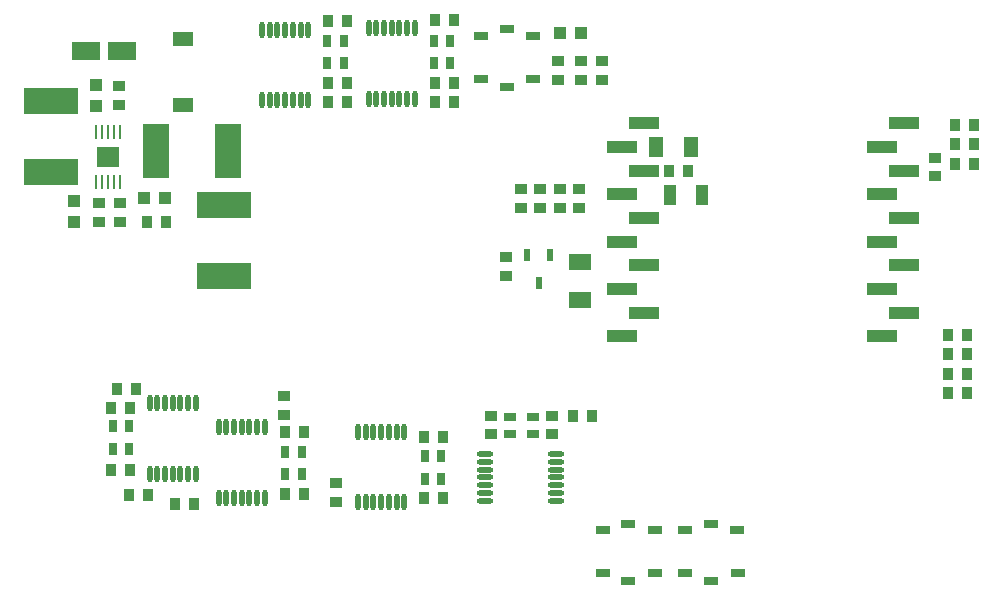
<source format=gtp>
%FSLAX25Y25*%
%MOIN*%
G70*
G01*
G75*
G04 Layer_Color=8421504*
%ADD10R,0.18110X0.08858*%
%ADD11R,0.04331X0.04331*%
%ADD12R,0.03937X0.03543*%
%ADD13R,0.03543X0.03937*%
%ADD14R,0.04528X0.07087*%
%ADD15R,0.02953X0.03937*%
%ADD16O,0.01772X0.05512*%
%ADD17R,0.04724X0.03150*%
%ADD18R,0.04724X0.02953*%
%ADD19R,0.03937X0.02953*%
%ADD20O,0.05512X0.01772*%
%ADD21R,0.10000X0.03900*%
%ADD22R,0.07402X0.06614*%
%ADD23O,0.00984X0.05315*%
%ADD24R,0.04331X0.04331*%
%ADD25R,0.06693X0.04724*%
%ADD26R,0.09449X0.06102*%
%ADD27R,0.08858X0.18110*%
%ADD28R,0.02362X0.03937*%
%ADD29R,0.04331X0.06693*%
%ADD30R,0.07480X0.05315*%
%ADD31C,0.00800*%
%ADD32C,0.01000*%
%ADD33C,0.02000*%
%ADD34C,0.03000*%
%ADD35C,0.05500*%
%ADD36C,0.03500*%
%ADD37C,0.04000*%
%ADD38C,0.03937*%
%ADD39R,0.06299X0.06299*%
%ADD40C,0.06299*%
%ADD41C,0.06000*%
%ADD42R,0.06000X0.06000*%
%ADD43R,0.06299X0.06299*%
%ADD44R,0.06000X0.06000*%
%ADD45C,0.05512*%
%ADD46R,0.05512X0.05512*%
%ADD47C,0.13500*%
%ADD48C,0.03500*%
%ADD49C,0.05500*%
%ADD50C,0.04500*%
%ADD51C,0.05000*%
%ADD52C,0.01969*%
%ADD53C,0.01500*%
%ADD54C,0.01300*%
%ADD55C,0.06500*%
%ADD56C,0.07150*%
%ADD57C,0.15500*%
%ADD58C,0.07000*%
%ADD59C,0.08000*%
%ADD60C,0.04787*%
%ADD61C,0.07500*%
%ADD62R,0.08071X0.02756*%
G04:AMPARAMS|DCode=63|XSize=39.37mil|YSize=35.43mil|CornerRadius=0mil|HoleSize=0mil|Usage=FLASHONLY|Rotation=135.000|XOffset=0mil|YOffset=0mil|HoleType=Round|Shape=Rectangle|*
%AMROTATEDRECTD63*
4,1,4,0.02645,-0.00139,0.00139,-0.02645,-0.02645,0.00139,-0.00139,0.02645,0.02645,-0.00139,0.0*
%
%ADD63ROTATEDRECTD63*%

G04:AMPARAMS|DCode=64|XSize=39.37mil|YSize=35.43mil|CornerRadius=0mil|HoleSize=0mil|Usage=FLASHONLY|Rotation=225.000|XOffset=0mil|YOffset=0mil|HoleType=Round|Shape=Rectangle|*
%AMROTATEDRECTD64*
4,1,4,0.00139,0.02645,0.02645,0.00139,-0.00139,-0.02645,-0.02645,-0.00139,0.00139,0.02645,0.0*
%
%ADD64ROTATEDRECTD64*%

%ADD65O,0.00984X0.03740*%
%ADD66O,0.03740X0.00984*%
%ADD67R,0.09646X0.09646*%
%ADD68R,0.07087X0.04528*%
%ADD69O,0.02165X0.06102*%
%ADD70O,0.06102X0.02165*%
%ADD71R,0.23622X0.23622*%
%ADD72R,0.05906X0.05906*%
G04:AMPARAMS|DCode=73|XSize=11.81mil|YSize=70.87mil|CornerRadius=0mil|HoleSize=0mil|Usage=FLASHONLY|Rotation=315.000|XOffset=0mil|YOffset=0mil|HoleType=Round|Shape=Round|*
%AMOVALD73*
21,1,0.05906,0.01181,0.00000,0.00000,45.0*
1,1,0.01181,-0.02088,-0.02088*
1,1,0.01181,0.02088,0.02088*
%
%ADD73OVALD73*%

G04:AMPARAMS|DCode=74|XSize=11.81mil|YSize=70.87mil|CornerRadius=0mil|HoleSize=0mil|Usage=FLASHONLY|Rotation=45.000|XOffset=0mil|YOffset=0mil|HoleType=Round|Shape=Round|*
%AMOVALD74*
21,1,0.05906,0.01181,0.00000,0.00000,135.0*
1,1,0.01181,0.02088,-0.02088*
1,1,0.01181,-0.02088,0.02088*
%
%ADD74OVALD74*%

%ADD75C,0.02500*%
%ADD76C,0.03200*%
%ADD77C,0.01800*%
%ADD78C,0.01969*%
%ADD79C,0.00394*%
%ADD80C,0.02362*%
%ADD81C,0.00984*%
%ADD82C,0.00787*%
%ADD83C,0.00500*%
%ADD84C,0.00600*%
D10*
X288968Y374642D02*
D03*
Y350823D02*
D03*
X346500Y339910D02*
D03*
Y316090D02*
D03*
D11*
X303969Y379776D02*
D03*
Y372689D02*
D03*
X296468Y341276D02*
D03*
Y334189D02*
D03*
D12*
X311469Y373083D02*
D03*
Y379382D02*
D03*
X311968Y340382D02*
D03*
Y334083D02*
D03*
X304969Y340382D02*
D03*
Y334083D02*
D03*
X445500Y345150D02*
D03*
Y338850D02*
D03*
X458500Y345150D02*
D03*
Y338850D02*
D03*
X472500Y387799D02*
D03*
Y381500D02*
D03*
X366500Y269850D02*
D03*
Y276150D02*
D03*
X384000Y247150D02*
D03*
Y240850D02*
D03*
X457969Y381583D02*
D03*
Y387882D02*
D03*
X456000Y263350D02*
D03*
Y269650D02*
D03*
X435500Y269650D02*
D03*
Y263350D02*
D03*
X440661Y322512D02*
D03*
Y316213D02*
D03*
X465000Y345150D02*
D03*
Y338850D02*
D03*
X452000Y345150D02*
D03*
Y338850D02*
D03*
X465500Y387799D02*
D03*
Y381500D02*
D03*
X583500Y355650D02*
D03*
Y349350D02*
D03*
D13*
X596650Y366500D02*
D03*
X590350D02*
D03*
X596650Y360000D02*
D03*
X590350D02*
D03*
X594150Y296500D02*
D03*
X587850D02*
D03*
X594150Y283500D02*
D03*
X587850D02*
D03*
X314850Y243000D02*
D03*
X321150D02*
D03*
X413350Y242000D02*
D03*
X419650D02*
D03*
X419650Y262500D02*
D03*
X413350D02*
D03*
X336650Y240000D02*
D03*
X330350D02*
D03*
X366850Y243500D02*
D03*
X373150D02*
D03*
X373150Y264000D02*
D03*
X366850D02*
D03*
X462850Y269500D02*
D03*
X469150D02*
D03*
X317150Y278500D02*
D03*
X310850D02*
D03*
X315150Y272000D02*
D03*
X308850D02*
D03*
X308850Y251500D02*
D03*
X315150D02*
D03*
X327118Y334232D02*
D03*
X320819D02*
D03*
X594150Y277000D02*
D03*
X587850D02*
D03*
X594150Y290000D02*
D03*
X587850D02*
D03*
X416850Y380500D02*
D03*
X423150D02*
D03*
X423150Y401500D02*
D03*
X416850D02*
D03*
X416850Y374000D02*
D03*
X423150D02*
D03*
X381350Y380500D02*
D03*
X387650D02*
D03*
X387650Y401000D02*
D03*
X381350D02*
D03*
X381350Y374000D02*
D03*
X387650D02*
D03*
X494850Y351000D02*
D03*
X501150D02*
D03*
X596650Y353500D02*
D03*
X590350D02*
D03*
D14*
X490594Y359000D02*
D03*
X502406D02*
D03*
D15*
X413500Y248500D02*
D03*
X419000Y256000D02*
D03*
X413500D02*
D03*
X419000Y248500D02*
D03*
X367000Y250000D02*
D03*
X372500Y257500D02*
D03*
X367000D02*
D03*
X372500Y250000D02*
D03*
X315000Y266000D02*
D03*
X309500Y258500D02*
D03*
X315000D02*
D03*
X309500Y266000D02*
D03*
X381000Y387000D02*
D03*
X386500Y394500D02*
D03*
X381000D02*
D03*
X386500Y387000D02*
D03*
X416500D02*
D03*
X422000Y394500D02*
D03*
X416500D02*
D03*
X422000Y387000D02*
D03*
D16*
X391323Y240689D02*
D03*
X393882D02*
D03*
X396441D02*
D03*
X399000D02*
D03*
X401559D02*
D03*
X404118D02*
D03*
X406677D02*
D03*
X391323Y264311D02*
D03*
X393882D02*
D03*
X396441D02*
D03*
X399000D02*
D03*
X401559D02*
D03*
X404118D02*
D03*
X406677D02*
D03*
X344823Y242189D02*
D03*
X347382D02*
D03*
X349941D02*
D03*
X352500D02*
D03*
X355059D02*
D03*
X357618D02*
D03*
X360177D02*
D03*
X344823Y265811D02*
D03*
X347382D02*
D03*
X349941D02*
D03*
X352500D02*
D03*
X355059D02*
D03*
X357618D02*
D03*
X360177D02*
D03*
X337177Y273811D02*
D03*
X334618D02*
D03*
X332059D02*
D03*
X329500D02*
D03*
X326941D02*
D03*
X324382D02*
D03*
X321823D02*
D03*
X337177Y250189D02*
D03*
X334618D02*
D03*
X332059D02*
D03*
X329500D02*
D03*
X326941D02*
D03*
X324382D02*
D03*
X321823D02*
D03*
X359323Y374689D02*
D03*
X361882D02*
D03*
X364441D02*
D03*
X367000D02*
D03*
X369559D02*
D03*
X372118D02*
D03*
X374677D02*
D03*
X359323Y398311D02*
D03*
X361882D02*
D03*
X364441D02*
D03*
X367000D02*
D03*
X369559D02*
D03*
X372118D02*
D03*
X374677D02*
D03*
X394823Y375189D02*
D03*
X397382D02*
D03*
X399941D02*
D03*
X402500D02*
D03*
X405059D02*
D03*
X407618D02*
D03*
X410177D02*
D03*
X394823Y398811D02*
D03*
X397382D02*
D03*
X399941D02*
D03*
X402500D02*
D03*
X405059D02*
D03*
X407618D02*
D03*
X410177D02*
D03*
D17*
X440869Y379232D02*
D03*
Y398332D02*
D03*
X481400Y214500D02*
D03*
Y233600D02*
D03*
X508900Y214500D02*
D03*
Y233600D02*
D03*
D18*
X432268Y381732D02*
D03*
X449768D02*
D03*
X449669Y396232D02*
D03*
X432268D02*
D03*
X472800Y217000D02*
D03*
X490300D02*
D03*
X490200Y231500D02*
D03*
X472800D02*
D03*
X500300Y217000D02*
D03*
X517800D02*
D03*
X517700Y231500D02*
D03*
X500300D02*
D03*
D19*
X449500Y263500D02*
D03*
X442000Y269000D02*
D03*
Y263500D02*
D03*
X449500Y269000D02*
D03*
D20*
X457311Y241323D02*
D03*
Y243882D02*
D03*
Y246441D02*
D03*
Y249000D02*
D03*
Y251559D02*
D03*
Y254118D02*
D03*
Y256677D02*
D03*
X433689Y241323D02*
D03*
Y243882D02*
D03*
Y246441D02*
D03*
Y249000D02*
D03*
Y251559D02*
D03*
Y254118D02*
D03*
Y256677D02*
D03*
D21*
X573366Y367100D02*
D03*
X565862Y359200D02*
D03*
X573366Y351300D02*
D03*
X565862Y343400D02*
D03*
X573366Y335500D02*
D03*
X565862Y327600D02*
D03*
X573366Y319700D02*
D03*
X565862Y311800D02*
D03*
X573366Y303900D02*
D03*
X565862Y296000D02*
D03*
X486750Y367100D02*
D03*
X479250Y359200D02*
D03*
X486750Y351300D02*
D03*
X479250Y343400D02*
D03*
X486750Y335500D02*
D03*
X479250Y327600D02*
D03*
X486750Y319700D02*
D03*
X479250Y311800D02*
D03*
X486750Y303900D02*
D03*
X479250Y296000D02*
D03*
D22*
X307968Y355732D02*
D03*
D23*
X304031Y347465D02*
D03*
X306000D02*
D03*
X307968D02*
D03*
X309937D02*
D03*
X311906D02*
D03*
X304031Y364000D02*
D03*
X306000D02*
D03*
X307968D02*
D03*
X309937D02*
D03*
X311906D02*
D03*
D24*
X327012Y342232D02*
D03*
X319925D02*
D03*
X458457Y397000D02*
D03*
X465543D02*
D03*
D25*
X332968Y373098D02*
D03*
Y395232D02*
D03*
D26*
X300465Y391232D02*
D03*
X312472D02*
D03*
D27*
X324059Y357732D02*
D03*
X347878D02*
D03*
D28*
X451500Y313776D02*
D03*
X447760Y323224D02*
D03*
X455240D02*
D03*
D29*
X495185Y343000D02*
D03*
X505815D02*
D03*
D30*
X465161Y320661D02*
D03*
Y308063D02*
D03*
M02*

</source>
